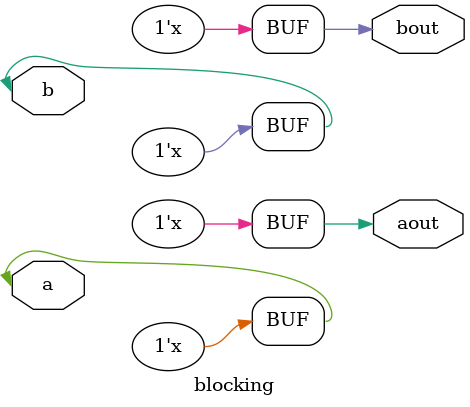
<source format=v>
`timescale 1ns / 1ps


module blocking(
    input  a,
    input b,
    output reg aout,
    output  reg bout
    );
     always @ (*)
    begin
    aout=a;
    bout=b;
      end
    
    
    always @ (*)
    begin
    aout <=bout;
    bout<=aout;
      end
    
    
    
endmodule

</source>
